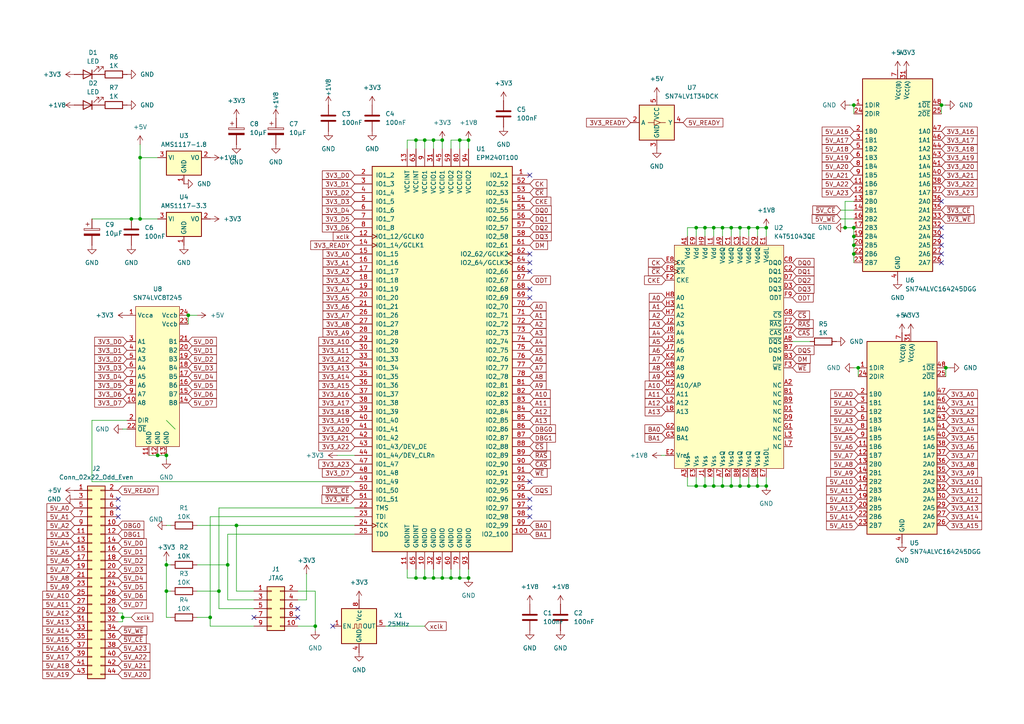
<source format=kicad_sch>
(kicad_sch (version 20231120) (generator "eeschema") (generator_version "8.0")
  (paper "A4")
  (junction (at 125.73 167.64))
  (junction (at 54.61 91.44))
  (junction (at 217.17 140.97))
  (junction (at 247.65 71.12))
  (junction (at 247.65 30.48))
  (junction (at 212.09 66.04))
  (junction (at 38.1 63.5))
  (junction (at 133.35 167.64))
  (junction (at 204.47 140.97))
  (junction (at 219.71 66.04))
  (junction (at 247.65 68.58))
  (junction (at 222.25 66.04))
  (junction (at 214.63 66.04))
  (junction (at 222.25 140.97))
  (junction (at 219.71 140.97))
  (junction (at 60.96 179.07))
  (junction (at 120.65 40.64))
  (junction (at 207.01 66.04))
  (junction (at 135.89 40.64))
  (junction (at 128.27 40.64))
  (junction (at 45.72 132.08))
  (junction (at 135.89 167.64))
  (junction (at 247.65 66.04))
  (junction (at 40.64 63.5))
  (junction (at 247.65 73.66))
  (junction (at 35.56 179.07))
  (junction (at 201.93 140.97))
  (junction (at 120.65 167.64))
  (junction (at 128.27 167.64))
  (junction (at 48.26 171.45))
  (junction (at 48.26 132.08))
  (junction (at 207.01 140.97))
  (junction (at 63.5 171.45))
  (junction (at 133.35 40.64))
  (junction (at 212.09 140.97))
  (junction (at 273.05 30.48))
  (junction (at 274.32 106.68))
  (junction (at 201.93 66.04))
  (junction (at 248.92 106.68))
  (junction (at 40.64 45.72))
  (junction (at 130.81 167.64))
  (junction (at 245.11 66.04))
  (junction (at 209.55 140.97))
  (junction (at 209.55 66.04))
  (junction (at 214.63 140.97))
  (junction (at 217.17 66.04))
  (junction (at 66.04 163.83))
  (junction (at 123.19 40.64))
  (junction (at 91.44 181.61))
  (junction (at 123.19 167.64))
  (junction (at 125.73 40.64))
  (junction (at 68.58 152.4))
  (junction (at 48.26 163.83))
  (junction (at 204.47 66.04))
  (no_connect (at 153.67 50.8))
  (no_connect (at 86.36 176.53))
  (no_connect (at 273.05 76.2))
  (no_connect (at 86.36 179.07))
  (no_connect (at 34.29 149.86))
  (no_connect (at 153.67 139.7))
  (no_connect (at 34.29 147.32))
  (no_connect (at 96.52 181.61))
  (no_connect (at 273.05 71.12))
  (no_connect (at 273.05 58.42))
  (no_connect (at 153.67 147.32))
  (no_connect (at 273.05 73.66))
  (no_connect (at 153.67 144.78))
  (no_connect (at 153.67 86.36))
  (no_connect (at 73.66 179.07))
  (no_connect (at 153.67 78.74))
  (no_connect (at 34.29 144.78))
  (no_connect (at 273.05 68.58))
  (no_connect (at 153.67 76.2))
  (no_connect (at 153.67 83.82))
  (no_connect (at 273.05 66.04))
  (no_connect (at 153.67 149.86))
  (no_connect (at 153.67 73.66))
  (bus_entry (at 48.26 121.92) (size 2.54 2.54))
  (wire (pts (xy 48.26 179.07) (xy 48.26 171.45)))
  (wire (pts (xy 45.72 132.08) (xy 43.18 132.08)))
  (wire (pts (xy 66.04 173.99) (xy 73.66 173.99)))
  (wire (pts (xy 133.35 165.1) (xy 133.35 167.64)))
  (wire (pts (xy 38.1 63.5) (xy 40.64 63.5)))
  (wire (pts (xy 118.11 165.1) (xy 118.11 167.64)))
  (wire (pts (xy 123.19 40.64) (xy 123.19 43.18)))
  (wire (pts (xy 35.56 177.8) (xy 35.56 179.07)))
  (wire (pts (xy 247.65 66.04) (xy 247.65 68.58)))
  (wire (pts (xy 199.39 140.97) (xy 201.93 140.97)))
  (wire (pts (xy 34.29 180.34) (xy 35.56 180.34)))
  (wire (pts (xy 247.65 30.48) (xy 247.65 33.02)))
  (wire (pts (xy 217.17 66.04) (xy 217.17 68.58)))
  (wire (pts (xy 26.67 121.92) (xy 36.83 121.92)))
  (wire (pts (xy 273.05 30.48) (xy 273.05 33.02)))
  (wire (pts (xy 214.63 140.97) (xy 217.17 140.97)))
  (wire (pts (xy 48.26 162.56) (xy 48.26 163.83)))
  (wire (pts (xy 26.67 63.5) (xy 38.1 63.5)))
  (wire (pts (xy 26.67 139.7) (xy 26.67 121.92)))
  (wire (pts (xy 128.27 165.1) (xy 128.27 167.64)))
  (wire (pts (xy 207.01 66.04) (xy 207.01 68.58)))
  (wire (pts (xy 191.77 132.08) (xy 193.04 132.08)))
  (wire (pts (xy 40.64 41.91) (xy 40.64 45.72)))
  (wire (pts (xy 204.47 66.04) (xy 204.47 68.58)))
  (wire (pts (xy 199.39 66.04) (xy 201.93 66.04)))
  (wire (pts (xy 57.15 163.83) (xy 66.04 163.83)))
  (wire (pts (xy 48.26 163.83) (xy 49.53 163.83)))
  (wire (pts (xy 102.87 139.7) (xy 26.67 139.7)))
  (wire (pts (xy 201.93 66.04) (xy 201.93 68.58)))
  (wire (pts (xy 219.71 66.04) (xy 222.25 66.04)))
  (wire (pts (xy 219.71 140.97) (xy 222.25 140.97)))
  (wire (pts (xy 217.17 138.43) (xy 217.17 140.97)))
  (wire (pts (xy 130.81 167.64) (xy 128.27 167.64)))
  (wire (pts (xy 201.93 140.97) (xy 204.47 140.97)))
  (wire (pts (xy 217.17 66.04) (xy 219.71 66.04)))
  (wire (pts (xy 125.73 167.64) (xy 123.19 167.64)))
  (wire (pts (xy 88.9 166.37) (xy 88.9 173.99)))
  (wire (pts (xy 207.01 140.97) (xy 209.55 140.97)))
  (wire (pts (xy 60.96 149.86) (xy 60.96 179.07)))
  (wire (pts (xy 222.25 66.04) (xy 222.25 68.58)))
  (wire (pts (xy 120.65 167.64) (xy 118.11 167.64)))
  (wire (pts (xy 120.65 40.64) (xy 118.11 40.64)))
  (wire (pts (xy 247.65 71.12) (xy 247.65 73.66)))
  (wire (pts (xy 57.15 91.44) (xy 54.61 91.44)))
  (wire (pts (xy 35.56 179.07) (xy 35.56 180.34)))
  (wire (pts (xy 204.47 66.04) (xy 207.01 66.04)))
  (wire (pts (xy 118.11 40.64) (xy 118.11 43.18)))
  (wire (pts (xy 128.27 167.64) (xy 125.73 167.64)))
  (wire (pts (xy 199.39 68.58) (xy 199.39 66.04)))
  (wire (pts (xy 125.73 165.1) (xy 125.73 167.64)))
  (wire (pts (xy 91.44 171.45) (xy 91.44 181.61)))
  (wire (pts (xy 128.27 40.64) (xy 128.27 43.18)))
  (wire (pts (xy 219.71 66.04) (xy 219.71 68.58)))
  (wire (pts (xy 48.26 133.35) (xy 48.26 132.08)))
  (wire (pts (xy 207.01 138.43) (xy 207.01 140.97)))
  (wire (pts (xy 128.27 40.64) (xy 125.73 40.64)))
  (wire (pts (xy 40.64 45.72) (xy 45.72 45.72)))
  (wire (pts (xy 57.15 152.4) (xy 68.58 152.4)))
  (wire (pts (xy 63.5 147.32) (xy 63.5 171.45)))
  (wire (pts (xy 243.84 60.96) (xy 247.65 60.96)))
  (wire (pts (xy 102.87 152.4) (xy 68.58 152.4)))
  (wire (pts (xy 120.65 165.1) (xy 120.65 167.64)))
  (wire (pts (xy 229.87 99.06) (xy 234.95 99.06)))
  (wire (pts (xy 243.84 63.5) (xy 247.65 63.5)))
  (wire (pts (xy 246.38 30.48) (xy 247.65 30.48)))
  (wire (pts (xy 48.26 152.4) (xy 49.53 152.4)))
  (wire (pts (xy 222.25 138.43) (xy 222.25 140.97)))
  (wire (pts (xy 199.39 138.43) (xy 199.39 140.97)))
  (wire (pts (xy 204.47 140.97) (xy 207.01 140.97)))
  (wire (pts (xy 209.55 138.43) (xy 209.55 140.97)))
  (wire (pts (xy 86.36 171.45) (xy 91.44 171.45)))
  (wire (pts (xy 135.89 167.64) (xy 133.35 167.64)))
  (wire (pts (xy 88.9 173.99) (xy 86.36 173.99)))
  (wire (pts (xy 135.89 165.1) (xy 135.89 167.64)))
  (wire (pts (xy 135.89 40.64) (xy 135.89 43.18)))
  (wire (pts (xy 209.55 66.04) (xy 212.09 66.04)))
  (wire (pts (xy 91.44 181.61) (xy 86.36 181.61)))
  (wire (pts (xy 57.15 179.07) (xy 60.96 179.07)))
  (wire (pts (xy 214.63 66.04) (xy 214.63 68.58)))
  (wire (pts (xy 40.64 63.5) (xy 40.64 45.72)))
  (wire (pts (xy 125.73 40.64) (xy 125.73 43.18)))
  (wire (pts (xy 201.93 66.04) (xy 204.47 66.04)))
  (wire (pts (xy 125.73 40.64) (xy 123.19 40.64)))
  (wire (pts (xy 201.93 138.43) (xy 201.93 140.97)))
  (wire (pts (xy 63.5 171.45) (xy 63.5 176.53)))
  (wire (pts (xy 214.63 138.43) (xy 214.63 140.97)))
  (wire (pts (xy 60.96 179.07) (xy 60.96 181.61)))
  (wire (pts (xy 66.04 154.94) (xy 66.04 163.83)))
  (wire (pts (xy 49.53 171.45) (xy 48.26 171.45)))
  (wire (pts (xy 68.58 152.4) (xy 68.58 171.45)))
  (wire (pts (xy 204.47 138.43) (xy 204.47 140.97)))
  (wire (pts (xy 123.19 40.64) (xy 120.65 40.64)))
  (wire (pts (xy 102.87 154.94) (xy 66.04 154.94)))
  (wire (pts (xy 219.71 138.43) (xy 219.71 140.97)))
  (wire (pts (xy 217.17 140.97) (xy 219.71 140.97)))
  (wire (pts (xy 49.53 179.07) (xy 48.26 179.07)))
  (wire (pts (xy 245.11 58.42) (xy 245.11 66.04)))
  (wire (pts (xy 133.35 40.64) (xy 130.81 40.64)))
  (wire (pts (xy 130.81 40.64) (xy 130.81 43.18)))
  (wire (pts (xy 66.04 163.83) (xy 66.04 173.99)))
  (wire (pts (xy 207.01 66.04) (xy 209.55 66.04)))
  (wire (pts (xy 68.58 171.45) (xy 73.66 171.45)))
  (wire (pts (xy 247.65 106.68) (xy 248.92 106.68)))
  (wire (pts (xy 57.15 171.45) (xy 63.5 171.45)))
  (wire (pts (xy 212.09 66.04) (xy 214.63 66.04)))
  (wire (pts (xy 48.26 132.08) (xy 45.72 132.08)))
  (wire (pts (xy 212.09 138.43) (xy 212.09 140.97)))
  (wire (pts (xy 214.63 66.04) (xy 217.17 66.04)))
  (wire (pts (xy 35.56 124.46) (xy 36.83 124.46)))
  (wire (pts (xy 60.96 181.61) (xy 73.66 181.61)))
  (wire (pts (xy 48.26 171.45) (xy 48.26 163.83)))
  (wire (pts (xy 54.61 91.44) (xy 54.61 93.98)))
  (wire (pts (xy 245.11 66.04) (xy 247.65 66.04)))
  (wire (pts (xy 274.32 30.48) (xy 273.05 30.48)))
  (wire (pts (xy 35.56 179.07) (xy 38.1 179.07)))
  (wire (pts (xy 133.35 167.64) (xy 130.81 167.64)))
  (wire (pts (xy 212.09 140.97) (xy 214.63 140.97)))
  (wire (pts (xy 123.19 167.64) (xy 120.65 167.64)))
  (wire (pts (xy 130.81 165.1) (xy 130.81 167.64)))
  (wire (pts (xy 248.92 106.68) (xy 248.92 109.22)))
  (wire (pts (xy 247.65 68.58) (xy 247.65 71.12)))
  (wire (pts (xy 102.87 149.86) (xy 60.96 149.86)))
  (wire (pts (xy 135.89 40.64) (xy 133.35 40.64)))
  (wire (pts (xy 45.72 63.5) (xy 40.64 63.5)))
  (wire (pts (xy 102.87 147.32) (xy 63.5 147.32)))
  (wire (pts (xy 120.65 40.64) (xy 120.65 43.18)))
  (wire (pts (xy 133.35 40.64) (xy 133.35 43.18)))
  (wire (pts (xy 209.55 66.04) (xy 209.55 68.58)))
  (wire (pts (xy 274.32 106.68) (xy 274.32 109.22)))
  (wire (pts (xy 275.59 106.68) (xy 274.32 106.68)))
  (wire (pts (xy 247.65 58.42) (xy 245.11 58.42)))
  (wire (pts (xy 97.79 132.08) (xy 102.87 132.08)))
  (wire (pts (xy 247.65 73.66) (xy 247.65 76.2)))
  (wire (pts (xy 91.44 181.61) (xy 91.44 182.88)))
  (wire (pts (xy 35.56 177.8) (xy 34.29 177.8)))
  (wire (pts (xy 111.76 181.61) (xy 123.19 181.61)))
  (wire (pts (xy 123.19 165.1) (xy 123.19 167.64)))
  (wire (pts (xy 212.09 66.04) (xy 212.09 68.58)))
  (wire (pts (xy 209.55 140.97) (xy 212.09 140.97)))
  (wire (pts (xy 63.5 176.53) (xy 73.66 176.53)))
  (global_label "5V_A21" (shape input) (at 247.65 50.8 180) (property "Intersheetrefs" "${INTERSHEET_REFS}" (effects (hide yes))))
  (global_label "~{5V_CE}" (shape input) (at 34.29 185.42 0) (property "Intersheetrefs" "${INTERSHEET_REFS}" (effects (hide yes))))
  (global_label "ODT" (shape input) (at 153.67 81.28 0) (property "Intersheetrefs" "${INTERSHEET_REFS}" (effects (hide yes))))
  (global_label "3V3_D0" (shape input) (at 102.87 50.8 180) (property "Intersheetrefs" "${INTERSHEET_REFS}" (effects (hide yes))))
  (global_label "3V3_A6" (shape input) (at 274.32 129.54 0) (property "Intersheetrefs" "${INTERSHEET_REFS}" (effects (hide yes))))
  (global_label "5V_D0" (shape input) (at 34.29 157.48 0) (property "Intersheetrefs" "${INTERSHEET_REFS}" (effects (hide yes))))
  (global_label "A7" (shape input) (at 153.67 106.68 0) (property "Intersheetrefs" "${INTERSHEET_REFS}" (effects (hide yes))))
  (global_label "3V3_A21" (shape input) (at 273.05 50.8 0) (property "Intersheetrefs" "${INTERSHEET_REFS}" (effects (hide yes))))
  (global_label "3V3_A17" (shape input) (at 273.05 40.64 0) (property "Intersheetrefs" "${INTERSHEET_REFS}" (effects (hide yes))))
  (global_label "5V_READY" (shape input) (at 34.29 142.24 0) (property "Intersheetrefs" "${INTERSHEET_REFS}" (effects (hide yes))))
  (global_label "~{CS}" (shape input) (at 153.67 129.54 0) (property "Intersheetrefs" "${INTERSHEET_REFS}" (effects (hide yes))))
  (global_label "CKE" (shape input) (at 193.04 81.28 180) (property "Intersheetrefs" "${INTERSHEET_REFS}" (effects (hide yes))))
  (global_label "BA1" (shape input) (at 193.04 127 180) (property "Intersheetrefs" "${INTERSHEET_REFS}" (effects (hide yes))))
  (global_label "DBG1" (shape input) (at 34.29 154.94 0) (property "Intersheetrefs" "${INTERSHEET_REFS}" (effects (hide yes))))
  (global_label "3V3_READY" (shape input) (at 102.87 71.12 180) (property "Intersheetrefs" "${INTERSHEET_REFS}" (effects (hide yes))))
  (global_label "5V_D3" (shape input) (at 54.61 106.68 0) (property "Intersheetrefs" "${INTERSHEET_REFS}" (effects (hide yes))))
  (global_label "5V_A7" (shape input) (at 21.59 165.1 180) (property "Intersheetrefs" "${INTERSHEET_REFS}" (effects (hide yes))))
  (global_label "5V_A4" (shape input) (at 21.59 157.48 180) (property "Intersheetrefs" "${INTERSHEET_REFS}" (effects (hide yes))))
  (global_label "~{RAS}" (shape input) (at 229.87 93.98 0) (property "Intersheetrefs" "${INTERSHEET_REFS}" (effects (hide yes))))
  (global_label "A13" (shape input) (at 153.67 121.92 0) (property "Intersheetrefs" "${INTERSHEET_REFS}" (effects (hide yes))))
  (global_label "DQ2" (shape input) (at 229.87 81.28 0) (property "Intersheetrefs" "${INTERSHEET_REFS}" (effects (hide yes))))
  (global_label "~{WE}" (shape input) (at 153.67 137.16 0) (property "Intersheetrefs" "${INTERSHEET_REFS}" (effects (hide yes))))
  (global_label "5V_A23" (shape input) (at 247.65 55.88 180) (property "Intersheetrefs" "${INTERSHEET_REFS}" (effects (hide yes))))
  (global_label "5V_D1" (shape input) (at 54.61 101.6 0) (property "Intersheetrefs" "${INTERSHEET_REFS}" (effects (hide yes))))
  (global_label "CK" (shape input) (at 153.67 53.34 0) (property "Intersheetrefs" "${INTERSHEET_REFS}" (effects (hide yes))))
  (global_label "3V3_A12" (shape input) (at 102.87 104.14 180) (property "Intersheetrefs" "${INTERSHEET_REFS}" (effects (hide yes))))
  (global_label "~{RAS}" (shape input) (at 153.67 132.08 0) (property "Intersheetrefs" "${INTERSHEET_REFS}" (effects (hide yes))))
  (global_label "DQ1" (shape input) (at 153.67 63.5 0) (property "Intersheetrefs" "${INTERSHEET_REFS}" (effects (hide yes))))
  (global_label "5V_D7" (shape input) (at 34.29 175.26 0) (property "Intersheetrefs" "${INTERSHEET_REFS}" (effects (hide yes))))
  (global_label "DQ2" (shape input) (at 153.67 66.04 0) (property "Intersheetrefs" "${INTERSHEET_REFS}" (effects (hide yes))))
  (global_label "A13" (shape input) (at 193.04 119.38 180) (property "Intersheetrefs" "${INTERSHEET_REFS}" (effects (hide yes))))
  (global_label "5V_D4" (shape input) (at 54.61 109.22 0) (property "Intersheetrefs" "${INTERSHEET_REFS}" (effects (hide yes))))
  (global_label "3V3_A8" (shape input) (at 102.87 93.98 180) (property "Intersheetrefs" "${INTERSHEET_REFS}" (effects (hide yes))))
  (global_label "3V3_A19" (shape input) (at 102.87 121.92 180) (property "Intersheetrefs" "${INTERSHEET_REFS}" (effects (hide yes))))
  (global_label "3V3_D5" (shape input) (at 102.87 63.5 180) (property "Intersheetrefs" "${INTERSHEET_REFS}" (effects (hide yes))))
  (global_label "CK" (shape input) (at 193.04 76.2 180) (property "Intersheetrefs" "${INTERSHEET_REFS}" (effects (hide yes))))
  (global_label "BA1" (shape input) (at 153.67 154.94 0) (property "Intersheetrefs" "${INTERSHEET_REFS}" (effects (hide yes))))
  (global_label "~{5V_WE}" (shape input) (at 243.84 63.5 180) (property "Intersheetrefs" "${INTERSHEET_REFS}" (effects (hide yes))))
  (global_label "~{3V3_WE}" (shape input) (at 102.87 144.78 180) (property "Intersheetrefs" "${INTERSHEET_REFS}" (effects (hide yes))))
  (global_label "5V_A14" (shape input) (at 21.59 182.88 180) (property "Intersheetrefs" "${INTERSHEET_REFS}" (effects (hide yes))))
  (global_label "5V_A16" (shape input) (at 21.59 187.96 180) (property "Intersheetrefs" "${INTERSHEET_REFS}" (effects (hide yes))))
  (global_label "3V3_A18" (shape input) (at 102.87 119.38 180) (property "Intersheetrefs" "${INTERSHEET_REFS}" (effects (hide yes))))
  (global_label "5V_A17" (shape input) (at 247.65 40.64 180) (property "Intersheetrefs" "${INTERSHEET_REFS}" (effects (hide yes))))
  (global_label "3V3_A9" (shape input) (at 274.32 137.16 0) (property "Intersheetrefs" "${INTERSHEET_REFS}" (effects (hide yes))))
  (global_label "A0" (shape input) (at 153.67 88.9 0) (property "Intersheetrefs" "${INTERSHEET_REFS}" (effects (hide yes))))
  (global_label "3V3_A1" (shape input) (at 274.32 116.84 0) (property "Intersheetrefs" "${INTERSHEET_REFS}" (effects (hide yes))))
  (global_label "~{CAS}" (shape input) (at 229.87 96.52 0) (property "Intersheetrefs" "${INTERSHEET_REFS}" (effects (hide yes))))
  (global_label "5V_A10" (shape input) (at 21.59 172.72 180) (property "Intersheetrefs" "${INTERSHEET_REFS}" (effects (hide yes))))
  (global_label "~{CK}" (shape input) (at 193.04 78.74 180) (property "Intersheetrefs" "${INTERSHEET_REFS}" (effects (hide yes))))
  (global_label "A3" (shape input) (at 193.04 93.98 180) (property "Intersheetrefs" "${INTERSHEET_REFS}" (effects (hide yes))))
  (global_label "3V3_A13" (shape input) (at 102.87 106.68 180) (property "Intersheetrefs" "${INTERSHEET_REFS}" (effects (hide yes))))
  (global_label "A1" (shape input) (at 153.67 91.44 0) (property "Intersheetrefs" "${INTERSHEET_REFS}" (effects (hide yes))))
  (global_label "DM" (shape input) (at 153.67 71.12 0) (property "Intersheetrefs" "${INTERSHEET_REFS}" (effects (hide yes))))
  (global_label "DM" (shape input) (at 229.87 104.14 0) (property "Intersheetrefs" "${INTERSHEET_REFS}" (effects (hide yes))))
  (global_label "A9" (shape input) (at 193.04 109.22 180) (property "Intersheetrefs" "${INTERSHEET_REFS}" (effects (hide yes))))
  (global_label "5V_A8" (shape input) (at 21.59 167.64 180) (property "Intersheetrefs" "${INTERSHEET_REFS}" (effects (hide yes))))
  (global_label "A11" (shape input) (at 153.67 116.84 0) (property "Intersheetrefs" "${INTERSHEET_REFS}" (effects (hide yes))))
  (global_label "A10" (shape input) (at 193.04 111.76 180) (property "Intersheetrefs" "${INTERSHEET_REFS}" (effects (hide yes))))
  (global_label "5V_A5" (shape input) (at 21.59 160.02 180) (property "Intersheetrefs" "${INTERSHEET_REFS}" (effects (hide yes))))
  (global_label "A0" (shape input) (at 193.04 86.36 180) (property "Intersheetrefs" "${INTERSHEET_REFS}" (effects (hide yes))))
  (global_label "A6" (shape input) (at 193.04 101.6 180) (property "Intersheetrefs" "${INTERSHEET_REFS}" (effects (hide yes))))
  (global_label "5V_A5" (shape input) (at 248.92 127 180) (property "Intersheetrefs" "${INTERSHEET_REFS}" (effects (hide yes))))
  (global_label "DBG0" (shape input) (at 153.67 124.46 0) (property "Intersheetrefs" "${INTERSHEET_REFS}" (effects (hide yes))))
  (global_label "3V3_A21" (shape input) (at 102.87 127 180) (property "Intersheetrefs" "${INTERSHEET_REFS}" (effects (hide yes))))
  (global_label "DBG0" (shape input) (at 34.29 152.4 0) (property "Intersheetrefs" "${INTERSHEET_REFS}" (effects (hide yes))))
  (global_label "A3" (shape input) (at 153.67 96.52 0) (property "Intersheetrefs" "${INTERSHEET_REFS}" (effects (hide yes))))
  (global_label "A2" (shape input) (at 193.04 91.44 180) (property "Intersheetrefs" "${INTERSHEET_REFS}" (effects (hide yes))))
  (global_label "5V_A21" (shape input) (at 34.29 193.04 0) (property "Intersheetrefs" "${INTERSHEET_REFS}" (effects (hide yes))))
  (global_label "A8" (shape input) (at 153.67 109.22 0) (property "Intersheetrefs" "${INTERSHEET_REFS}" (effects (hide yes))))
  (global_label "5V_D7" (shape input) (at 54.61 116.84 0) (property "Intersheetrefs" "${INTERSHEET_REFS}" (effects (hide yes))))
  (global_label "5V_A20" (shape input) (at 247.65 48.26 180) (property "Intersheetrefs" "${INTERSHEET_REFS}" (effects (hide yes))))
  (global_label "A6" (shape input) (at 153.67 104.14 0) (property "Intersheetrefs" "${INTERSHEET_REFS}" (effects (hide yes))))
  (global_label "3V3_D0" (shape input) (at 36.83 99.06 180) (property "Intersheetrefs" "${INTERSHEET_REFS}" (effects (hide yes))))
  (global_label "3V3_D6" (shape input) (at 102.87 66.04 180) (property "Intersheetrefs" "${INTERSHEET_REFS}" (effects (hide yes))))
  (global_label "3V3_A16" (shape input) (at 102.87 114.3 180) (property "Intersheetrefs" "${INTERSHEET_REFS}" (effects (hide yes))))
  (global_label "BA0" (shape input) (at 193.04 124.46 180) (property "Intersheetrefs" "${INTERSHEET_REFS}" (effects (hide yes))))
  (global_label "3V3_D7" (shape input) (at 102.87 137.16 180) (property "Intersheetrefs" "${INTERSHEET_REFS}" (effects (hide yes))))
  (global_label "5V_A2" (shape input) (at 248.92 119.38 180) (property "Intersheetrefs" "${INTERSHEET_REFS}" (effects (hide yes))))
  (global_label "A9" (shape input) (at 153.67 111.76 0) (property "Intersheetrefs" "${INTERSHEET_REFS}" (effects (hide yes))))
  (global_label "5V_D2" (shape input) (at 54.61 104.14 0) (property "Intersheetrefs" "${INTERSHEET_REFS}" (effects (hide yes))))
  (global_label "5V_A10" (shape input) (at 248.92 139.7 180) (property "Intersheetrefs" "${INTERSHEET_REFS}" (effects (hide yes))))
  (global_label "xclk" (shape input) (at 123.19 181.61 0) (property "Intersheetrefs" "${INTERSHEET_REFS}" (effects (hide yes))))
  (global_label "3V3_A19" (shape input) (at 273.05 45.72 0) (property "Intersheetrefs" "${INTERSHEET_REFS}" (effects (hide yes))))
  (global_label "~{CS}" (shape input) (at 229.87 91.44 0) (property "Intersheetrefs" "${INTERSHEET_REFS}" (effects (hide yes))))
  (global_label "5V_A18" (shape input) (at 247.65 43.18 180) (property "Intersheetrefs" "${INTERSHEET_REFS}" (effects (hide yes))))
  (global_label "5V_A15" (shape input) (at 21.59 185.42 180) (property "Intersheetrefs" "${INTERSHEET_REFS}" (effects (hide yes))))
  (global_label "5V_D4" (shape input) (at 34.29 167.64 0) (property "Intersheetrefs" "${INTERSHEET_REFS}" (effects (hide yes))))
  (global_label "3V3_A15" (shape input) (at 102.87 111.76 180) (property "Intersheetrefs" "${INTERSHEET_REFS}" (effects (hide yes))))
  (global_label "5V_A8" (shape input) (at 248.92 134.62 180) (property "Intersheetrefs" "${INTERSHEET_REFS}" (effects (hide yes))))
  (global_label "5V_A20" (shape input) (at 34.29 195.58 0) (property "Intersheetrefs" "${INTERSHEET_REFS}" (effects (hide yes))))
  (global_label "5V_A1" (shape input) (at 248.92 116.84 180) (property "Intersheetrefs" "${INTERSHEET_REFS}" (effects (hide yes))))
  (global_label "DQ0" (shape input) (at 229.87 76.2 0) (property "Intersheetrefs" "${INTERSHEET_REFS}" (effects (hide yes))))
  (global_label "5V_D5" (shape input) (at 54.61 111.76 0) (property "Intersheetrefs" "${INTERSHEET_REFS}" (effects (hide yes))))
  (global_label "5V_A11" (shape input) (at 21.59 175.26 180) (property "Intersheetrefs" "${INTERSHEET_REFS}" (effects (hide yes))))
  (global_label "3V3_D4" (shape input) (at 36.83 109.22 180) (property "Intersheetrefs" "${INTERSHEET_REFS}" (effects (hide yes))))
  (global_label "5V_D6" (shape input) (at 54.61 114.3 0) (property "Intersheetrefs" "${INTERSHEET_REFS}" (effects (hide yes))))
  (global_label "3V3_A13" (shape input) (at 274.32 147.32 0) (property "Intersheetrefs" "${INTERSHEET_REFS}" (effects (hide yes))))
  (global_label "5V_D3" (shape input) (at 34.29 165.1 0) (property "Intersheetrefs" "${INTERSHEET_REFS}" (effects (hide yes))))
  (global_label "3V3_D1" (shape input) (at 102.87 53.34 180) (property "Intersheetrefs" "${INTERSHEET_REFS}" (effects (hide yes))))
  (global_label "3V3_A23" (shape input) (at 273.05 55.88 0) (property "Intersheetrefs" "${INTERSHEET_REFS}" (effects (hide yes))))
  (global_label "3V3_A20" (shape input) (at 102.87 124.46 180) (property "Intersheetrefs" "${INTERSHEET_REFS}" (effects (hide yes))))
  (global_label "5V_A22" (shape input) (at 247.65 53.34 180) (property "Intersheetrefs" "${INTERSHEET_REFS}" (effects (hide yes))))
  (global_label "A4" (shape input) (at 153.67 99.06 0) (property "Intersheetrefs" "${INTERSHEET_REFS}" (effects (hide yes))))
  (global_label "3V3_A22" (shape input) (at 273.05 53.34 0) (property "Intersheetrefs" "${INTERSHEET_REFS}" (effects (hide yes))))
  (global_label "5V_A11" (shape input) (at 248.92 142.24 180) (property "Intersheetrefs" "${INTERSHEET_REFS}" (effects (hide yes))))
  (global_label "3V3_A0" (shape input) (at 102.87 73.66 180) (property "Intersheetrefs" "${INTERSHEET_REFS}" (effects (hide yes))))
  (global_label "3V3_A14" (shape input) (at 274.32 149.86 0) (property "Intersheetrefs" "${INTERSHEET_REFS}" (effects (hide yes))))
  (global_label "ODT" (shape input) (at 229.87 86.36 0) (property "Intersheetrefs" "${INTERSHEET_REFS}" (effects (hide yes))))
  (global_label "5V_A19" (shape input) (at 21.59 195.58 180) (property "Intersheetrefs" "${INTERSHEET_REFS}" (effects (hide yes))))
  (global_label "A4" (shape input) (at 193.04 96.52 180) (property "Intersheetrefs" "${INTERSHEET_REFS}" (effects (hide yes))))
  (global_label "3V3_A4" (shape input) (at 102.87 83.82 180) (property "Intersheetrefs" "${INTERSHEET_REFS}" (effects (hide yes))))
  (global_label "~{CAS}" (shape input) (at 153.67 134.62 0) (property "Intersheetrefs" "${INTERSHEET_REFS}" (effects (hide yes))))
  (global_label "5V_A0" (shape input) (at 248.92 114.3 180) (property "Intersheetrefs" "${INTERSHEET_REFS}" (effects (hide yes))))
  (global_label "5V_A13" (shape input) (at 21.59 180.34 180) (property "Intersheetrefs" "${INTERSHEET_REFS}" (effects (hide yes))))
  (global_label "5V_A2" (shape input) (at 21.59 152.4 180) (property "Intersheetrefs" "${INTERSHEET_REFS}" (effects (hide yes))))
  (global_label "3V3_A5" (shape input) (at 102.87 86.36 180) (property "Intersheetrefs" "${INTERSHEET_REFS}" (effects (hide yes))))
  (global_label "3V3_A11" (shape input) (at 102.87 101.6 180) (property "Intersheetrefs" "${INTERSHEET_REFS}" (effects (hide yes))))
  (global_label "5V_D0" (shape input) (at 54.61 99.06 0) (property "Intersheetrefs" "${INTERSHEET_REFS}" (effects (hide yes))))
  (global_label "5V_A0" (shape input) (at 21.59 147.32 180) (property "Intersheetrefs" "${INTERSHEET_REFS}" (effects (hide yes))))
  (global_label "A11" (shape input) (at 193.04 114.3 180) (property "Intersheetrefs" "${INTERSHEET_REFS}" (effects (hide yes))))
  (global_label "3V3_A7" (shape input) (at 102.87 91.44 180) (property "Intersheetrefs" "${INTERSHEET_REFS}" (effects (hide yes))))
  (global_label "CKE" (shape input) (at 153.67 58.42 0) (property "Intersheetrefs" "${INTERSHEET_REFS}" (effects (hide yes))))
  (global_label "DQ3" (shape input) (at 153.67 68.58 0) (property "Intersheetrefs" "${INTERSHEET_REFS}" (effects (hide yes))))
  (global_label "A12" (shape input) (at 193.04 116.84 180) (property "Intersheetrefs" "${INTERSHEET_REFS}" (effects (hide yes))))
  (global_label "A8" (shape input) (at 193.04 106.68 180) (property "Intersheetrefs" "${INTERSHEET_REFS}" (effects (hide yes))))
  (global_label "5V_D5" (shape input) (at 34.29 170.18 0) (property "Intersheetrefs" "${INTERSHEET_REFS}" (effects (hide yes))))
  (global_label "3V3_A11" (shape input) (at 274.32 142.24 0) (property "Intersheetrefs" "${INTERSHEET_REFS}" (effects (hide yes))))
  (global_label "3V3_A3" (shape input) (at 102.87 81.28 180) (property "Intersheetrefs" "${INTERSHEET_REFS}" (effects (hide yes))))
  (global_label "DQS" (shape input) (at 229.87 101.6 0) (property "Intersheetrefs" "${INTERSHEET_REFS}" (effects (hide yes))))
  (global_label "5V_A12" (shape input) (at 248.92 144.78 180) (property "Intersheetrefs" "${INTERSHEET_REFS}" (effects (hide yes))))
  (global_label "3V3_A6" (shape input) (at 102.87 88.9 180) (property "Intersheetrefs" "${INTERSHEET_REFS}" (effects (hide yes))))
  (global_label "3V3_D3" (shape input) (at 36.83 106.68 180) (property "Intersheetrefs" "${INTERSHEET_REFS}" (effects (hide yes))))
  (global_label "3V3_A0" (shape input) (at 274.32 114.3 0) (property "Intersheetrefs" "${INTERSHEET_REFS}" (effects (hide yes))))
  (global_label "5V_A12" (shape input) (at 21.59 177.8 180) (property "Intersheetrefs" "${INTERSHEET_REFS}" (effects (hide yes))))
  (global_label "5V_A14" (shape input) (at 248.92 149.86 180) (property "Intersheetrefs" "${INTERSHEET_REFS}" (effects (hide yes))))
  (global_label "DQ1" (shape input) (at 229.87 78.74 0) (property "Intersheetrefs" "${INTERSHEET_REFS}" (effects (hide yes))))
  (global_label "5V_A6" (shape input) (at 21.59 162.56 180) (property "Intersheetrefs" "${INTERSHEET_REFS}" (effects (hide yes))))
  (global_label "5V_A7" (shape input) (at 248.92 132.08 180) (property "Intersheetrefs" "${INTERSHEET_REFS}" (effects (hide yes))))
  (global_label "5V_A18" (shape input) (at 21.59 193.04 180) (property "Intersheetrefs" "${INTERSHEET_REFS}" (effects (hide yes))))
  (global_label "3V3_D5" (shape input) (at 36.83 111.76 180) (property "Intersheetrefs" "${INTERSHEET_REFS}" (effects (hide yes))))
  (global_label "3V3_A12" (shape input) (at 274.32 144.78 0) (property "Intersheetrefs" "${INTERSHEET_REFS}" (effects (hide yes))))
  (global_label "3V3_A3" (shape input) (at 274.32 121.92 0) (property "Intersheetrefs" "${INTERSHEET_REFS}" (effects (hide yes))))
  (global_label "DQ0" (shape input) (at 153.67 60.96 0) (property "Intersheetrefs" "${INTERSHEET_REFS}" (effects (hide yes))))
  (global_label "5V_A19" (shape input) (at 247.65 45.72 180) (property "Intersheetrefs" "${INTERSHEET_REFS}" (effects (hide yes))))
  (global_label "A2" (shape input) (at 153.67 93.98 0) (property "Intersheetrefs" "${INTERSHEET_REFS}" (effects (hide yes))))
  (global_label "3V3_A10" (shape input) (at 274.32 139.7 0) (property "Intersheetrefs" "${INTERSHEET_REFS}" (effects (hide yes))))
  (global_label "3V3_A20" (shape input) (at 273.05 48.26 0) (property "Intersheetrefs" "${INTERSHEET_REFS}" (effects (hide yes))))
  (global_label "3V3_READY" (shape input) (at 182.88 35.56 180) (property "Intersheetrefs" "${INTERSHEET_REFS}" (effects (hide yes))))
  (global_label "A7" (shape input) (at 193.04 104.14 180) (property "Intersheetrefs" "${INTERSHEET_REFS}" (effects (hide yes))))
  (global_label "3V3_A23" (shape input) (at 102.87 134.62 180) (property "Intersheetrefs" "${INTERSHEET_REFS}" (effects (hide yes))))
  (global_label "3V3_A4" (shape input) (at 274.32 124.46 0) (property "Intersheetrefs" "${INTERSHEET_REFS}" (effects (hide yes))))
  (global_label "5V_A15" (shape input) (at 248.92 152.4 180) (property "Intersheetrefs" "${INTERSHEET_REFS}" (effects (hide yes))))
  (global_label "3V3_D1" (shape input) (at 36.83 101.6 180) (property "Intersheetrefs" "${INTERSHEET_REFS}" (effects (hide yes))))
  (global_label "3V3_A16" (shape input) (at 273.05 38.1 0) (property "Intersheetrefs" "${INTERSHEET_REFS}" (effects (hide yes))))
  (global_label "~{3V3_CE}" (shape input) (at 102.87 142.24 180) (property "Intersheetrefs" "${INTERSHEET_REFS}" (effects (hide yes))))
  (global_label "5V_A17" (shape input) (at 21.59 190.5 180) (property "Intersheetrefs" "${INTERSHEET_REFS}" (effects (hide yes))))
  (global_label "A1" (shape input) (at 193.04 88.9 180) (property "Intersheetrefs" "${INTERSHEET_REFS}" (effects (hide yes))))
  (global_label "DQ3" (shape input) (at 229.87 83.82 0) (property "Intersheetrefs" "${INTERSHEET_REFS}" (effects (hide yes))))
  (global_label "3V3_A2" (shape input) (at 102.87 78.74 180) (property "Intersheetrefs" "${INTERSHEET_REFS}" (effects (hide yes))))
  (global_label "BA0" (shape input) (at 153.67 152.4 0) (property "Intersheetrefs" "${INTERSHEET_REFS}" (effects (hide yes))))
  (global_label "3V3_A8" (shape input) (at 274.32 134.62 0) (property "Intersheetrefs" "${INTERSHEET_REFS}" (effects (hide yes))))
  (global_label "DQS" (shape input) (at 153.67 142.24 0) (property "Intersheetrefs" "${INTERSHEET_REFS}" (effects (hide yes))))
  (global_label "DBG1" (shape input) (at 153.67 127 0) (property "Intersheetrefs" "${INTERSHEET_REFS}" (effects (hide yes))))
  (global_label "5V_A1" (shape input) (at 21.59 149.86 180) (property "Intersheetrefs" "${INTERSHEET_REFS}" (effects (hide yes))))
  (global_label "3V3_A14" (shape input) (at 102.87 109.22 180) (property "Intersheetrefs" "${INTERSHEET_REFS}" (effects (hide yes))))
  (global_label "5V_A23" (shape input) (at 34.29 187.96 0) (property "Intersheetrefs" "${INTERSHEET_REFS}" (effects (hide yes))))
  (global_label "3V3_D7" (shape input) (at 36.83 116.84 180) (property "Intersheetrefs" "${INTERSHEET_REFS}" (effects (hide yes))))
  (global_label "3V3_A15" (shape input) (at 274.32 152.4 0) (property "Intersheetrefs" "${INTERSHEET_REFS}" (effects (hide yes))))
  (global_label "3V3_D2" (shape input) (at 102.87 55.88 180) (property "Intersheetrefs" "${INTERSHEET_REFS}" (effects (hide yes))))
  (global_label "5V_D1" (shape input) (at 34.29 160.02 0) (property "Intersheetrefs" "${INTERSHEET_REFS}" (effects (hide yes))))
  (global_label "3V3_D6" (shape input) (at 36.83 114.3 180) (property "Intersheetrefs" "${INTERSHEET_REFS}" (effects (hide yes))))
  (global_label "~{5V_CE}" (shape input) (at 243.84 60.96 180) (property "Intersheetrefs" "${INTERSHEET_REFS}" (effects (hide yes))))
  (global_label "3V3_A18" (shape input) (at 273.05 43.18 0) (property "Intersheetrefs" "${INTERSHEET_REFS}" (effects (hide yes))))
  (global_label "5V_D2" (shape input) (at 34.29 162.56 0) (property "Intersheetrefs" "${INTERSHEET_REFS}" (effects (hide yes))))
  (global_label "~{WE}" (shape input) (at 229.87 106.68 0) (property "Intersheetrefs" "${INTERSHEET_REFS}" (effects (hide yes))))
  (global_label "5V_A9" (shape input) (at 21.59 170.18 180) (property "Intersheetrefs" "${INTERSHEET_REFS}" (effects (hide yes))))
  (global_label "5V_A13" (shape input) (at 248.92 147.32 180) (property "Intersheetrefs" "${INTERSHEET_REFS}" (effects (hide yes))))
  (global_label "5V_A3" (shape input) (at 248.92 121.92 180) (property "Intersheetrefs" "${INTERSHEET_REFS}" (effects (hide yes))))
  (global_label "A5" (shape input) (at 193.04 99.06 180) (property "Intersheetrefs" "${INTERSHEET_REFS}" (effects (hide yes))))
  (global_label "5V_A6" (shape input) (at 248.92 129.54 180) (property "Intersheetrefs" "${INTERSHEET_REFS}" (effects (hide yes))))
  (global_label "5V_A22" (shape input) (at 34.29 190.5 0) (property "Intersheetrefs" "${INTERSHEET_REFS}" (effects (hide yes))))
  (global_label "3V3_A10" (shape input) (at 102.87 99.06 180) (property "Intersheetrefs" "${INTERSHEET_REFS}" (effects (hide yes))))
  (global_label "3V3_A1" (shape input) (at 102.87 76.2 180) (property "Intersheetrefs" "${INTERSHEET_REFS}" (effects (hide yes))))
  (global_label "xclk" (shape input) (at 38.1 179.07 0) (property "Intersheetrefs" "${INTERSHEET_REFS}" (effects (hide yes))))
  (global_label "3V3_A5" (shape input) (at 274.32 127 0) (property "Intersheetrefs" "${INTERSHEET_REFS}" (effects (hide yes))))
  (global_label "5V_A16" (shape input) (at 247.65 38.1 180) (property "Intersheetrefs" "${INTERSHEET_REFS}" (effects (hide yes))))
  (global_label "3V3_D4" (shape input) (at 102.87 60.96 180) (property "Intersheetrefs" "${INTERSHEET_REFS}" (effects (hide yes))))
  (global_label "5V_A9" (shape input) (at 248.92 137.16 180) (property "Intersheetrefs" "${INTERSHEET_REFS}" (effects (hide yes))))
  (global_label "5V_READY" (shape input) (at 198.12 35.56 0) (property "Intersheetrefs" "${INTERSHEET_REFS}" (effects (hide yes))))
  (global_label "3V3_A17" (shape input) (at 102.87 116.84 180) (property "Intersheetrefs" "${INTERSHEET_REFS}" (effects (hide yes))))
  (global_label "xclk" (shape input) (at 102.87 68.58 180) (property "Intersheetrefs" "${INTERSHEET_REFS}" (effects (hide yes))))
  (global_label "3V3_A2" (shape input) (at 274.32 119.38 0) (property "Intersheetrefs" "${INTERSHEET_REFS}" (effects (hide yes))))
  (global_label "3V3_D3" (shape input) (at 102.87 58.42 180) (property "Intersheetrefs" "${INTERSHEET_REFS}" (effects (hide yes))))
  (global_label "3V3_A7" (shape input) (at 274.32 132.08 0) (property "Intersheetrefs" "${INTERSHEET_REFS}" (effects (hide yes))))
  (global_label "~{CK}" (shape input) (at 153.67 55.88 0) (property "Intersheetrefs" "${INTERSHEET_REFS}" (effects (hide yes))))
  (global_label "~{3V3_CE}" (shape input) (at 273.05 60.96 0) (property "Intersheetrefs" "${INTERSHEET_REFS}" (effects (hide yes))))
  (global_label "A12" (shape input) (at 153.67 119.38 0) (property "Intersheetrefs" "${INTERSHEET_REFS}" (effects (hide yes))))
  (global_label "5V_D6" (shape input) (at 34.29 172.72 0) (property "Intersheetrefs" "${INTERSHEET_REFS}" (effects (hide yes))))
  (global_label "5V_A4" (shape input) (at 248.92 124.46 180) (property "Intersheetrefs" "${INTERSHEET_REFS}" (effects (hide yes))))
  (global_label "3V3_A22" (shape input) (at 102.87 129.54 180) (property "Intersheetrefs" "${INTERSHEET_REFS}" (effects (hide yes))))
  (global_label "3V3_A9" (shape input) (at 102.87 96.52 180) (property "Intersheetrefs" "${INTERSHEET_REFS}" (effects (hide yes))))
  (global_label "5V_A3" (shape input) (at 21.59 154.94 180) (property "Intersheetrefs" "${INTERSHEET_REFS}" (effects (hide yes))))
  (global_label "~{3V3_WE}" (shape input) (at 273.05 63.5 0) (property "Intersheetrefs" "${INTERSHEET_REFS}" (effects (hide yes))))
  (global_label "3V3_D2" (shape input) (at 36.83 104.14 180) (property "Intersheetrefs" "${INTERSHEET_REFS}" (effects (hide yes))))
  (global_label "~{5V_WE}" (shape input) (at 34.29 182.88 0) (property "Intersheetrefs" "${INTERSHEET_REFS}" (effects (hide yes))))
  (global_label "A5" (shape input) (at 153.67 101.6 0) (property "Intersheetrefs" "${INTERSHEET_REFS}" (effects (hide yes))))
  (global_label "A10" (shape input) (at 153.67 114.3 0) (property "Intersheetrefs" "${INTERSHEET_REFS}" (effects (hide yes))))
  (symbol (lib_id "power:+3V3") (at 146.05 29.21 0) (unit 1)
    (property "Reference" "#PWR021" (effects (hide yes)))
    (property "Value" "+3V3" (at 146.05 24.13 0))
    (property "Description" "Power symbol creates a global label with name \"+3V3\"" (effects (hide yes)))
  )
  (symbol (lib_id "power:GND") (at 53.34 71.12 0) (unit 1)
    (property "Reference" "#PWR025" (effects (hide yes)))
    (property "Value" "GND" (at 53.34 76.2 0))
    (property "Description" "Power symbol creates a global label with name \"GND\" , ground" (effects (hide yes)))
  )
  (symbol (lib_id "power:+5V") (at 57.15 91.44 270) (unit 1)
    (property "Reference" "#PWR045" (effects (hide yes)))
    (property "Value" "+5V" (at 60.96 91.4399 90) (effects (justify left)))
    (property "Description" "Power symbol creates a global label with name \"+5V\"" (effects (hide yes)))
  )
  (symbol (lib_id "power:GND") (at 246.38 30.48 270) (unit 1)
    (property "Reference" "#PWR034" (effects (hide yes)))
    (property "Value" "GND" (at 242.57 30.4799 90) (effects (justify right)))
    (property "Description" "Power symbol creates a global label with name \"GND\" , ground" (effects (hide yes)))
  )
  (symbol (lib_id "Device:R") (at 238.76 99.06 270) (unit 1)
    (property "Reference" "R5" (at 238.76 93.98 90))
    (property "Value" "1K" (at 238.76 96.52 90))
    (property "Footprint" "Resistor_SMD:R_1206_3216Metric_Pad1.30x1.75mm_HandSolder" (effects (hide yes)))
  )
  (symbol (lib_id "power:GND") (at 261.62 157.48 0) (unit 1)
    (property "Reference" "#PWR036" (effects (hide yes)))
    (property "Value" "GND" (at 261.62 162.56 0))
    (property "Description" "Power symbol creates a global label with name \"GND\" , ground" (effects (hide yes)))
  )
  (symbol (lib_id "Device:C_Polarized") (at 68.58 38.1 0) (unit 1)
    (property "Reference" "C8" (at 72.39 35.9409 0) (effects (justify left)))
    (property "Value" "10µF" (at 72.39 38.4809 0) (effects (justify left)))
    (property "Footprint" "Capacitor_SMD:CP_Elec_3x5.4" (effects (hide yes)))
    (property "Description" "Polarized capacitor" (effects (hide yes)))
  )
  (symbol (lib_id "power:+1V8") (at 191.77 132.08 90) (unit 1)
    (property "Reference" "#PWR03" (effects (hide yes)))
    (property "Value" "+1V8" (at 187.96 132.0799 90) (effects (justify left)))
    (property "Description" "Power symbol creates a global label with name \"+1V8\"" (effects (hide yes)))
  )
  (symbol (lib_id "power:GND") (at 245.11 66.04 270) (unit 1)
    (property "Reference" "#PWR050" (effects (hide yes)))
    (property "Value" "GND" (at 241.3 66.0399 90) (effects (justify right)))
    (property "Description" "Power symbol creates a global label with name \"GND\" , ground" (effects (hide yes)))
  )
  (symbol (lib_id "Connector_Generic:Conn_02x05_Odd_Even") (at 78.74 176.53 0) (unit 1)
    (property "Reference" "J1" (at 80.01 165.1 0))
    (property "Value" "JTAG" (at 80.01 167.64 0))
    (property "Footprint" "Connector_PinHeader_2.54mm:PinHeader_2x05_P2.54mm_Vertical" (effects (hide yes)))
  )
  (symbol (lib_id "power:+1V8") (at 135.89 40.64 0) (unit 1)
    (property "Reference" "#PWR06" (effects (hide yes)))
    (property "Value" "+1V8" (at 135.89 35.56 0))
    (property "Description" "Power symbol creates a global label with name \"+1V8\"" (effects (hide yes)))
  )
  (symbol (lib_id "power:GND") (at 260.35 81.28 0) (unit 1)
    (property "Reference" "#PWR041" (effects (hide yes)))
    (property "Value" "GND" (at 260.35 86.36 0))
    (property "Description" "Power symbol creates a global label with name \"GND\" , ground" (effects (hide yes)))
  )
  (symbol (lib_id "power:GND") (at 107.95 38.1 0) (unit 1)
    (property "Reference" "#PWR020" (effects (hide yes)))
    (property "Value" "GND" (at 107.95 43.18 0))
    (property "Description" "Power symbol creates a global label with name \"GND\" , ground" (effects (hide yes)))
  )
  (symbol (lib_id "power:GND") (at 242.57 99.06 90) (unit 1)
    (property "Reference" "#PWR05" (effects (hide yes)))
    (property "Value" "GND" (at 246.38 99.0599 90) (effects (justify right)))
    (property "Description" "Power symbol creates a global label with name \"GND\" , ground" (effects (hide yes)))
  )
  (symbol (lib_id "power:+3V3") (at 264.16 96.52 0) (unit 1)
    (property "Reference" "#PWR037" (effects (hide yes)))
    (property "Value" "+3V3" (at 264.16 91.44 0))
    (property "Description" "Power symbol creates a global label with name \"+3V3\"" (effects (hide yes)))
  )
  (symbol (lib_id "power:GND") (at 26.67 71.12 0) (unit 1)
    (property "Reference" "#PWR033" (effects (hide yes)))
    (property "Value" "GND" (at 26.67 76.2 0))
    (property "Description" "Power symbol creates a global label with name \"GND\" , ground" (effects (hide yes)))
  )
  (symbol (lib_id "74xx:SN74ALVC164245DGG") (at 261.62 127 0) (unit 1)
    (property "Reference" "U5" (at 263.8141 157.48 0) (effects (justify left)))
    (property "Value" "SN74ALVC164245DGG" (at 263.8141 160.02 0) (effects (justify left)))
    (property "Footprint" "Package_SO:TSSOP-48_6.1x12.5mm_P0.5mm" (effects (hide yes)))
    (property "Datasheet" "https://www.ti.com/lit/ds/symlink/sn74alvc164245.pdf" (effects (hide yes)))
    (property "Description" "16-Bit 2.5V to 3.3V or 3.3V to 5V Level-Shifting Transceiver With 3-State Outputs, TSSOP-48" (effects (hide yes)))
  )
  (symbol (lib_id "power:+5V") (at 261.62 96.52 0) (unit 1)
    (property "Reference" "#PWR035" (effects (hide yes)))
    (property "Value" "+5V" (at 261.62 91.44 0))
    (property "Description" "Power symbol creates a global label with name \"+5V\"" (effects (hide yes)))
  )
  (symbol (lib_id "power:+5V") (at 40.64 41.91 0) (unit 1)
    (property "Reference" "#PWR023" (effects (hide yes)))
    (property "Value" "+5V" (at 40.64 36.83 0))
    (property "Description" "Power symbol creates a global label with name \"+5V\"" (effects (hide yes)))
  )
  (symbol (lib_id "power:GND") (at 53.34 53.34 90) (unit 1)
    (property "Reference" "#PWR026" (effects (hide yes)))
    (property "Value" "GND" (at 57.15 53.3399 90) (effects (justify right)))
    (property "Description" "Power symbol creates a global label with name \"GND\" , ground" (effects (hide yes)))
  )
  (symbol (lib_id "power:GND") (at 21.59 144.78 270) (unit 1)
    (property "Reference" "#PWR058" (effects (hide yes)))
    (property "Value" "GND" (at 17.78 144.7799 90) (effects (justify right)))
    (property "Description" "Power symbol creates a global label with name \"GND\" , ground" (effects (hide yes)))
  )
  (symbol (lib_id "power:GND") (at 91.44 182.88 0) (unit 1)
    (property "Reference" "#PWR011" (effects (hide yes)))
    (property "Value" "GND" (at 91.44 187.96 0))
  )
  (symbol (lib_id "power:+1V8") (at 95.25 30.48 0) (unit 1)
    (property "Reference" "#PWR017" (effects (hide yes)))
    (property "Value" "+1V8" (at 95.25 25.4 90))
    (property "Description" "Power symbol creates a global label with name \"+1V8\"" (effects (hide yes)))
  )
  (symbol (lib_id "power:+3V3") (at 60.96 63.5 270) (unit 1)
    (property "Reference" "#PWR028" (effects (hide yes)))
    (property "Value" "+3V3" (at 64.77 63.4999 90) (effects (justify left)))
    (property "Description" "Power symbol creates a global label with name \"+3V3\"" (effects (hide yes)))
  )
  (symbol (lib_id "power:GND") (at 190.5 43.18 0) (unit 1)
    (property "Reference" "#PWR049" (effects (hide yes)))
    (property "Value" "GND" (at 190.5 48.26 0))
    (property "Description" "Power symbol creates a global label with name \"GND\" , ground" (effects (hide yes)))
  )
  (symbol (lib_id "Connector_Generic:Conn_02x22_Odd_Even") (at 26.67 167.64 0) (unit 1)
    (property "Reference" "J2" (at 27.94 135.89 0))
    (property "Value" "Conn_02x22_Odd_Even" (at 27.94 138.43 0))
    (property "Footprint" "Connector_PinHeader_2.54mm:PinHeader_2x22_P2.54mm_Vertical" (effects (hide yes)))
    (property "Description" "Generic connector, double row, 02x22, odd/even pin numbering scheme (row 1 odd numbers, row 2 even numbers), script generated (kicad-library-utils/schlib/autogen/connector/)" (effects (hide yes)))
  )
  (symbol (lib_id "power:+1V8") (at 60.96 45.72 270) (unit 1)
    (property "Reference" "#PWR027" (effects (hide yes)))
    (property "Value" "+1V8" (at 66.04 45.72 90))
    (property "Description" "Power symbol creates a global label with name \"+1V8\"" (effects (hide yes)))
  )
  (symbol (lib_id "Device:C") (at 38.1 67.31 0) (unit 1)
    (property "Reference" "C6" (at 41.91 66.04 0) (effects (justify left)))
    (property "Value" "100nF" (at 41.91 68.58 0) (effects (justify left)))
    (property "Footprint" "Capacitor_SMD:C_0805_2012Metric_Pad1.18x1.45mm_HandSolder" (effects (hide yes)))
  )
  (symbol (lib_id "power:+1V8") (at 153.67 175.26 0) (unit 1)
    (property "Reference" "#PWR014" (effects (hide yes)))
    (property "Value" "+1V8" (at 153.67 170.18 0))
    (property "Description" "Power symbol creates a global label with name \"+1V8\"" (effects (hide yes)))
  )
  (symbol (lib_id "power:+3V3") (at 88.9 166.37 0) (unit 1)
    (property "Reference" "#PWR010" (effects (hide yes)))
    (property "Value" "+3V3" (at 88.9 162.56 0))
  )
  (symbol (lib_id "power:+3V3") (at 104.14 173.99 0) (unit 1)
    (property "Reference" "#PWR051" (effects (hide yes)))
    (property "Value" "+3V3" (at 104.14 168.91 0))
  )
  (symbol (lib_id "power:+3V3") (at 97.79 132.08 90) (unit 1)
    (property "Reference" "#PWR012" (effects (hide yes)))
    (property "Value" "+3V3" (at 93.98 132.0799 90) (effects (justify left)))
    (property "Description" "Power symbol creates a global label with name \"+3V3\"" (effects (hide yes)))
  )
  (symbol (lib_id "Device:C_Polarized") (at 26.67 67.31 0) (unit 1)
    (property "Reference" "C9" (at 30.48 65.1509 0) (effects (justify left)))
    (property "Value" "10µF" (at 30.48 67.6909 0) (effects (justify left)))
    (property "Footprint" "Capacitor_SMD:CP_Elec_3x5.4" (effects (hide yes)))
    (property "Description" "Polarized capacitor" (effects (hide yes)))
  )
  (symbol (lib_id "Device:C") (at 107.95 34.29 0) (unit 1)
    (property "Reference" "C4" (at 111.76 33.02 0) (effects (justify left)))
    (property "Value" "100nF" (at 111.76 35.56 0) (effects (justify left)))
    (property "Footprint" "Capacitor_SMD:C_0805_2012Metric_Pad1.18x1.45mm_HandSolder" (effects (hide yes)))
  )
  (symbol (lib_id "power:+3V3") (at 68.58 34.29 0) (unit 1)
    (property "Reference" "#PWR031" (effects (hide yes)))
    (property "Value" "+3V3" (at 68.58 29.21 0))
    (property "Description" "Power symbol creates a global label with name \"+3V3\"" (effects (hide yes)))
  )
  (symbol (lib_id "power:+1V8") (at 222.25 66.04 0) (unit 1)
    (property "Reference" "#PWR01" (effects (hide yes)))
    (property "Value" "+1V8" (at 222.25 60.96 0))
    (property "Description" "Power symbol creates a global label with name \"+1V8\"" (effects (hide yes)))
  )
  (symbol (lib_id "TholinsStuff:K4T51043QE") (at 210.82 67.31 0) (unit 1)
    (property "Reference" "U2" (at 224.4441 66.04 0) (effects (justify left)))
    (property "Value" "K4T51043QE" (at 224.4441 68.58 0) (effects (justify left)))
    (property "Footprint" "TholinsStuff:BGA_for_those_ddr2_ics_1" (effects (hide yes)))
    (property "Datasheet" "https://files.tholin.dev/Public/Datasheets/RAMs/K4T51043QE_1968320.pdf" (effects (hide yes)))
  )
  (symbol (lib_id "power:+1V8") (at 162.56 175.26 0) (unit 1)
    (property "Reference" "#PWR015" (effects (hide yes)))
    (property "Value" "+1V8" (at 162.56 170.18 0))
    (property "Description" "Power symbol creates a global label with name \"+1V8\"" (effects (hide yes)))
  )
  (symbol (lib_id "power:+3V3") (at 128.27 40.64 0) (unit 1)
    (property "Reference" "#PWR07" (effects (hide yes)))
    (property "Value" "+3V3" (at 128.27 35.56 0))
    (property "Description" "Power symbol creates a global label with name \"+3V3\"" (effects (hide yes)))
  )
  (symbol (lib_id "74xx:SN74ALVC164245DGG") (at 260.35 50.8 0) (unit 1)
    (property "Reference" "U6" (at 262.5441 81.28 0) (effects (justify left)))
    (property "Value" "SN74ALVC164245DGG" (at 262.5441 83.82 0) (effects (justify left)))
    (property "Footprint" "Package_SO:TSSOP-48_6.1x12.5mm_P0.5mm" (effects (hide yes)))
    (property "Datasheet" "https://www.ti.com/lit/ds/symlink/sn74alvc164245.pdf" (effects (hide yes)))
    (property "Description" "16-Bit 2.5V to 3.3V or 3.3V to 5V Level-Shifting Transceiver With 3-State Outputs, TSSOP-48" (effects (hide yes)))
  )
  (symbol (lib_id "power:GND") (at 222.25 140.97 0) (unit 1)
    (property "Reference" "#PWR02" (effects (hide yes)))
    (property "Value" "GND" (at 222.25 146.05 0))
    (property "Description" "Power symbol creates a global label with name \"GND\" , ground" (effects (hide yes)))
  )
  (symbol (lib_id "power:GND") (at 146.05 36.83 0) (unit 1)
    (property "Reference" "#PWR022" (effects (hide yes)))
    (property "Value" "GND" (at 146.05 41.91 0))
    (property "Description" "Power symbol creates a global label with name \"GND\" , ground" (effects (hide yes)))
  )
  (symbol (lib_id "power:GND") (at 35.56 124.46 270) (unit 1)
    (property "Reference" "#PWR047" (effects (hide yes)))
    (property "Value" "GND" (at 31.75 124.4599 90) (effects (justify right)))
    (property "Description" "Power symbol creates a global label with name \"GND\" , ground" (effects (hide yes)))
  )
  (symbol (lib_id "power:GND") (at 153.67 182.88 0) (unit 1)
    (property "Reference" "#PWR013" (effects (hide yes)))
    (property "Value" "GND" (at 153.67 187.96 0))
    (property "Description" "Power symbol creates a global label with name \"GND\" , ground" (effects (hide yes)))
  )
  (symbol (lib_id "Device:R") (at 53.34 152.4 270) (unit 1)
    (property "Reference" "R1" (at 53.34 147.32 90))
    (property "Value" "10K" (at 53.34 149.86 90))
    (property "Footprint" "Resistor_SMD:R_1206_3216Metric_Pad1.30x1.75mm_HandSolder" (effects (hide yes)))
  )
  (symbol (lib_id "power:GND") (at 48.26 152.4 270) (unit 1)
    (property "Reference" "#PWR08" (effects (hide yes)))
    (property "Value" "GND" (at 47.244 150.622 90) (effects (justify right)))
  )
  (symbol (lib_id "Device:C") (at 162.56 179.07 0) (unit 1)
    (property "Reference" "C2" (at 166.37 177.8 0) (effects (justify left)))
    (property "Value" "100nF" (at 166.37 180.34 0) (effects (justify left)))
    (property "Footprint" "Capacitor_SMD:C_0805_2012Metric_Pad1.18x1.45mm_HandSolder" (effects (hide yes)))
  )
  (symbol (lib_id "power:+3V3") (at 36.83 91.44 90) (unit 1)
    (property "Reference" "#PWR044" (effects (hide yes)))
    (property "Value" "+3V3" (at 33.02 91.4399 90) (effects (justify left)))
    (property "Description" "Power symbol creates a global label with name \"+3V3\"" (effects (hide yes)))
  )
  (symbol (lib_id "power:GND") (at 80.01 41.91 0) (unit 1)
    (property "Reference" "#PWR030" (effects (hide yes)))
    (property "Value" "GND" (at 80.01 46.99 0))
    (property "Description" "Power symbol creates a global label with name \"GND\" , ground" (effects (hide yes)))
  )
  (symbol (lib_id "power:+1V8") (at 21.59 30.48 90) (unit 1)
    (property "Reference" "#PWR055" (effects (hide yes)))
    (property "Value" "+1V8" (at 16.51 30.48 90))
    (property "Description" "Power symbol creates a global label with name \"+1V8\"" (effects (hide yes)))
  )
  (symbol (lib_id "TholinsStuff:SN74LVC8T245") (at 45.72 86.36 0) (unit 1)
    (property "Reference" "U8" (at 45.72 83.82 0))
    (property "Value" "SN74LVC8T245" (at 45.72 86.36 0))
    (property "Footprint" "Package_SO:TSSOP-24_4.4x7.8mm_P0.65mm" (effects (hide yes)))
    (property "Datasheet" "https://www.ti.com/lit/ds/symlink/sn74lvc8t245.pdf?ts=1688712309076&ref_url=https%253A%252F%252Fwww.ti.com%252Fproduct%252FSN74LVC8T245%253Futm_source%253Dgoogle%2526utm_medium%253Dcpc%2526utm_campaign%253Dasc-null-null-GPN_EN-cpc-pf-google-eu%2526utm_content%253DSN74LVC8T245%2526ds_k%253DSN74LVC8T245%2526DCM%253Dyes%2526gclid%253DEAIaIQobChMIwq6ytf_7_wIVkubmCh2w6QVzEAAYASAAEgK1UPD_BwE%2526gclsrc%253Daw.ds" (effects (hide yes)))
  )
  (symbol (lib_id "Device:R") (at 53.34 171.45 270) (unit 1)
    (property "Reference" "R3" (at 53.34 166.37 90))
    (property "Value" "10K" (at 53.34 168.91 90))
    (property "Footprint" "Resistor_SMD:R_1206_3216Metric_Pad1.30x1.75mm_HandSolder" (effects (hide yes)))
  )
  (symbol (lib_id "power:+5V") (at 190.5 27.94 0) (unit 1)
    (property "Reference" "#PWR048" (effects (hide yes)))
    (property "Value" "+5V" (at 190.5 22.86 0))
    (property "Description" "Power symbol creates a global label with name \"+5V\"" (effects (hide yes)))
  )
  (symbol (lib_id "Oscillator:CXO_DIP8") (at 104.14 181.61 0) (unit 1)
    (property "Reference" "X1" (at 115.57 178.4859 0))
    (property "Value" "25MHz" (at 115.57 181.0259 0))
    (property "Footprint" "Oscillator:Oscillator_DIP-8" (effects (hide yes)))
    (property "Datasheet" "http://cdn-reichelt.de/documents/datenblatt/B400/OSZI.pdf" (effects (hide yes)))
  )
  (symbol (lib_id "Device:LED") (at 25.4 21.59 180) (unit 1)
    (property "Reference" "D1" (at 26.9875 15.24 0))
    (property "Value" "LED" (at 26.9875 17.78 0))
    (property "Footprint" "LED_SMD:LED_1206_3216Metric_Pad1.42x1.75mm_HandSolder" (effects (hide yes)))
  )
  (symbol (lib_id "power:GND") (at 95.25 38.1 0) (unit 1)
    (property "Reference" "#PWR018" (effects (hide yes)))
    (property "Value" "GND" (at 95.25 43.18 0))
    (property "Description" "Power symbol creates a global label with name \"GND\" , ground" (effects (hide yes)))
  )
  (symbol (lib_id "power:GND") (at 38.1 71.12 0) (unit 1)
    (property "Reference" "#PWR024" (effects (hide yes)))
    (property "Value" "GND" (at 38.1 76.2 0))
    (property "Description" "Power symbol creates a global label with name \"GND\" , ground" (effects (hide yes)))
  )
  (symbol (lib_id "power:GND") (at 274.32 30.48 90) (unit 1)
    (property "Reference" "#PWR040" (effects (hide yes)))
    (property "Value" "GND" (at 278.13 30.4799 90) (effects (justify right)))
    (property "Description" "Power symbol creates a global label with name \"GND\" , ground" (effects (hide yes)))
  )
  (symbol (lib_id "power:+3V3") (at 107.95 30.48 0) (unit 1)
    (property "Reference" "#PWR019" (effects (hide yes)))
    (property "Value" "+3V3" (at 107.95 25.4 0))
    (property "Description" "Power symbol creates a global label with name \"+3V3\"" (effects (hide yes)))
  )
  (symbol (lib_id "CPLD_Altera:EPM240T100") (at 128.27 104.14 0) (unit 1)
    (property "Reference" "U1" (at 138.0841 43.18 0) (effects (justify left)))
    (property "Value" "EPM240T100" (at 138.0841 45.72 0) (effects (justify left)))
    (property "Footprint" "Package_QFP:LQFP-100_14x14mm_P0.5mm" (effects (hide yes)))
    (property "Datasheet" "https://www.altera.com/content/dam/altera-www/global/en_US/pdfs/literature/hb/max2/max2_mii5v1.pdf" (effects (hide yes)))
    (property "Description" "Altera MAX2 CPLD with 240 LE" (effects (hide yes)))
  )
  (symbol (lib_id "Regulator_Linear:AMS1117-1.8") (at 53.34 45.72 0) (unit 1)
    (property "Reference" "U3" (at 53.34 39.37 0))
    (property "Value" "AMS1117-1.8" (at 53.34 41.91 0))
    (property "Footprint" "Package_TO_SOT_SMD:SOT-223-3_TabPin2" (effects (hide yes)))
    (property "Datasheet" "http://www.advanced-monolithic.com/pdf/ds1117.pdf" (effects (hide yes)))
    (property "Description" "1A Low Dropout regulator, positive, 1.8V fixed output, SOT-223" (effects (hide yes)))
  )
  (symbol (lib_id "power:+5V") (at 260.35 20.32 0) (unit 1)
    (property "Reference" "#PWR042" (effects (hide yes)))
    (property "Value" "+5V" (at 260.35 15.24 0))
    (property "Description" "Power symbol creates a global label with name \"+5V\"" (effects (hide yes)))
  )
  (symbol (lib_id "Device:LED") (at 25.4 30.48 180) (unit 1)
    (property "Reference" "D2" (at 26.9875 24.13 0))
    (property "Value" "LED" (at 26.9875 26.67 0))
    (property "Footprint" "LED_SMD:LED_1206_3216Metric_Pad1.42x1.75mm_HandSolder" (effects (hide yes)))
  )
  (symbol (lib_id "Device:C_Polarized") (at 80.01 38.1 0) (unit 1)
    (property "Reference" "C7" (at 83.82 35.9409 0) (effects (justify left)))
    (property "Value" "10µF" (at 83.82 38.4809 0) (effects (justify left)))
    (property "Footprint" "Capacitor_SMD:CP_Elec_3x5.4" (effects (hide yes)))
    (property "Description" "Polarized capacitor" (effects (hide yes)))
  )
  (symbol (lib_id "power:GND") (at 162.56 182.88 0) (unit 1)
    (property "Reference" "#PWR016" (effects (hide yes)))
    (property "Value" "GND" (at 162.56 187.96 0))
    (property "Description" "Power symbol creates a global label with name \"GND\" , ground" (effects (hide yes)))
  )
  (symbol (lib_id "Device:C") (at 153.67 179.07 0) (unit 1)
    (property "Reference" "C1" (at 157.48 177.8 0) (effects (justify left)))
    (property "Value" "100nF" (at 157.48 180.34 0) (effects (justify left)))
    (property "Footprint" "Capacitor_SMD:C_0805_2012Metric_Pad1.18x1.45mm_HandSolder" (effects (hide yes)))
  )
  (symbol (lib_id "Regulator_Linear:AMS1117-3.3") (at 53.34 63.5 0) (unit 1)
    (property "Reference" "U4" (at 53.34 57.15 0))
    (property "Value" "AMS1117-3.3" (at 53.34 59.69 0))
    (property "Footprint" "Package_TO_SOT_SMD:SOT-223-3_TabPin2" (effects (hide yes)))
    (property "Datasheet" "http://www.advanced-monolithic.com/pdf/ds1117.pdf" (effects (hide yes)))
    (property "Description" "1A Low Dropout regulator, positive, 3.3V fixed output, SOT-223" (effects (hide yes)))
  )
  (symbol (lib_id "power:GND") (at 275.59 106.68 90) (unit 1)
    (property "Reference" "#PWR038" (effects (hide yes)))
    (property "Value" "GND" (at 279.4 106.6799 90) (effects (justify right)))
    (property "Description" "Power symbol creates a global label with name \"GND\" , ground" (effects (hide yes)))
  )
  (symbol (lib_id "power:+1V8") (at 80.01 34.29 0) (unit 1)
    (property "Reference" "#PWR029" (effects (hide yes)))
    (property "Value" "+1V8" (at 80.01 29.21 90))
    (property "Description" "Power symbol creates a global label with name \"+1V8\"" (effects (hide yes)))
  )
  (symbol (lib_id "power:GND") (at 104.14 189.23 0) (unit 1)
    (property "Reference" "#PWR052" (effects (hide yes)))
    (property "Value" "GND" (at 104.14 194.31 0))
  )
  (symbol (lib_id "power:GND") (at 48.26 133.35 0) (unit 1)
    (property "Reference" "#PWR046" (effects (hide yes)))
    (property "Value" "GND" (at 48.26 138.43 0))
    (property "Description" "Power symbol creates a global label with name \"GND\" , ground" (effects (hide yes)))
  )
  (symbol (lib_id "power:GND") (at 36.83 21.59 90) (unit 1)
    (property "Reference" "#PWR053" (effects (hide yes)))
    (property "Value" "GND" (at 40.64 21.59 90) (effects (justify right)))
  )
  (symbol (lib_id "power:+3V3") (at 48.26 162.56 0) (unit 1)
    (property "Reference" "#PWR09" (effects (hide yes)))
    (property "Value" "+3V3" (at 48.26 158.75 0))
  )
  (symbol (lib_id "power:+3V3") (at 262.89 20.32 0) (unit 1)
    (property "Reference" "#PWR043" (effects (hide yes)))
    (property "Value" "+3V3" (at 262.89 15.24 0))
    (property "Description" "Power symbol creates a global label with name \"+3V3\"" (effects (hide yes)))
  )
  (symbol (lib_id "Device:R") (at 33.02 30.48 90) (unit 1)
    (property "Reference" "R7" (at 33.02 25.4 90))
    (property "Value" "1K" (at 33.02 27.94 90))
    (property "Footprint" "Resistor_SMD:R_2010_5025Metric_Pad1.40x2.65mm_HandSolder" (effects (hide yes)))
  )
  (symbol (lib_id "Logic_LevelTranslator:SN74LV1T34DCK") (at 190.5 35.56 0) (unit 1)
    (property "Reference" "U7" (at 200.66 25.4 0))
    (property "Value" "SN74LV1T34DCK" (at 200.66 27.94 0))
    (property "Footprint" "Package_TO_SOT_SMD:SOT-23-5" (effects (hide yes)))
    (property "Datasheet" "https://www.ti.com/lit/ds/symlink/sn74lv1t34.pdf" (effects (hide yes)))
  )
  (symbol (lib_id "Device:C") (at 146.05 33.02 0) (unit 1)
    (property "Reference" "C5" (at 149.86 31.75 0) (effects (justify left)))
    (property "Value" "100nF" (at 149.86 34.29 0) (effects (justify left)))
    (property "Footprint" "Capacitor_SMD:C_0805_2012Metric_Pad1.18x1.45mm_HandSolder" (effects (hide yes)))
  )
  (symbol (lib_id "Device:R") (at 53.34 163.83 270) (unit 1)
    (property "Reference" "R2" (at 53.34 158.75 90))
    (property "Value" "10K" (at 53.34 161.29 90))
    (property "Footprint" "Resistor_SMD:R_1206_3216Metric_Pad1.30x1.75mm_HandSolder" (effects (hide yes)))
  )
  (symbol (lib_id "Device:R") (at 53.34 179.07 270) (unit 1)
    (property "Reference" "R4" (at 53.34 173.99 90))
    (property "Value" "10K" (at 53.34 176.53 90))
    (property "Footprint" "Resistor_SMD:R_1206_3216Metric_Pad1.30x1.75mm_HandSolder" (effects (hide yes)))
  )
  (symbol (lib_id "power:GND") (at 135.89 167.64 0) (unit 1)
    (property "Reference" "#PWR04" (effects (hide yes)))
    (property "Value" "GND" (at 135.89 172.72 0))
    (property "Description" "Power symbol creates a global label with name \"GND\" , ground" (effects (hide yes)))
  )
  (symbol (lib_id "power:+3V3") (at 21.59 21.59 90) (unit 1)
    (property "Reference" "#PWR054" (effects (hide yes)))
    (property "Value" "+3V3" (at 17.78 21.5899 90) (effects (justify left)))
    (property "Description" "Power symbol creates a global label with name \"+3V3\"" (effects (hide yes)))
  )
  (symbol (lib_id "power:+5V") (at 21.59 142.24 90) (unit 1)
    (property "Reference" "#PWR057" (effects (hide yes)))
    (property "Value" "+5V" (at 17.78 142.2399 90) (effects (justify left)))
    (property "Description" "Power symbol creates a global label with name \"+5V\"" (effects (hide yes)))
  )
  (symbol (lib_id "power:GND") (at 68.58 41.91 0) (unit 1)
    (property "Reference" "#PWR032" (effects (hide yes)))
    (property "Value" "GND" (at 68.58 46.99 0))
    (property "Description" "Power symbol creates a global label with name \"GND\" , ground" (effects (hide yes)))
  )
  (symbol (lib_id "Device:R") (at 33.02 21.59 90) (unit 1)
    (property "Reference" "R6" (at 33.02 16.51 90))
    (property "Value" "1K" (at 33.02 19.05 90))
    (property "Footprint" "Resistor_SMD:R_2010_5025Metric_Pad1.40x2.65mm_HandSolder" (effects (hide yes)))
  )
  (symbol (lib_id "Device:C") (at 95.25 34.29 0) (unit 1)
    (property "Reference" "C3" (at 99.06 33.02 0) (effects (justify left)))
    (property "Value" "100nF" (at 99.06 35.56 0) (effects (justify left)))
    (property "Footprint" "Capacitor_SMD:C_0805_2012Metric_Pad1.18x1.45mm_HandSolder" (effects (hide yes)))
  )
  (symbol (lib_id "power:GND") (at 36.83 30.48 90) (unit 1)
    (property "Reference" "#PWR056" (effects (hide yes)))
    (property "Value" "GND" (at 40.64 30.48 90) (effects (justify right)))
  )
  (symbol (lib_id "power:GND") (at 247.65 106.68 270) (unit 1)
    (property "Reference" "#PWR039" (effects (hide yes)))
    (property "Value" "GND" (at 243.84 106.6799 90) (effects (justify right)))
    (property "Description" "Power symbol creates a global label with name \"GND\" , ground" (effects (hide yes)))
  )
)
</source>
